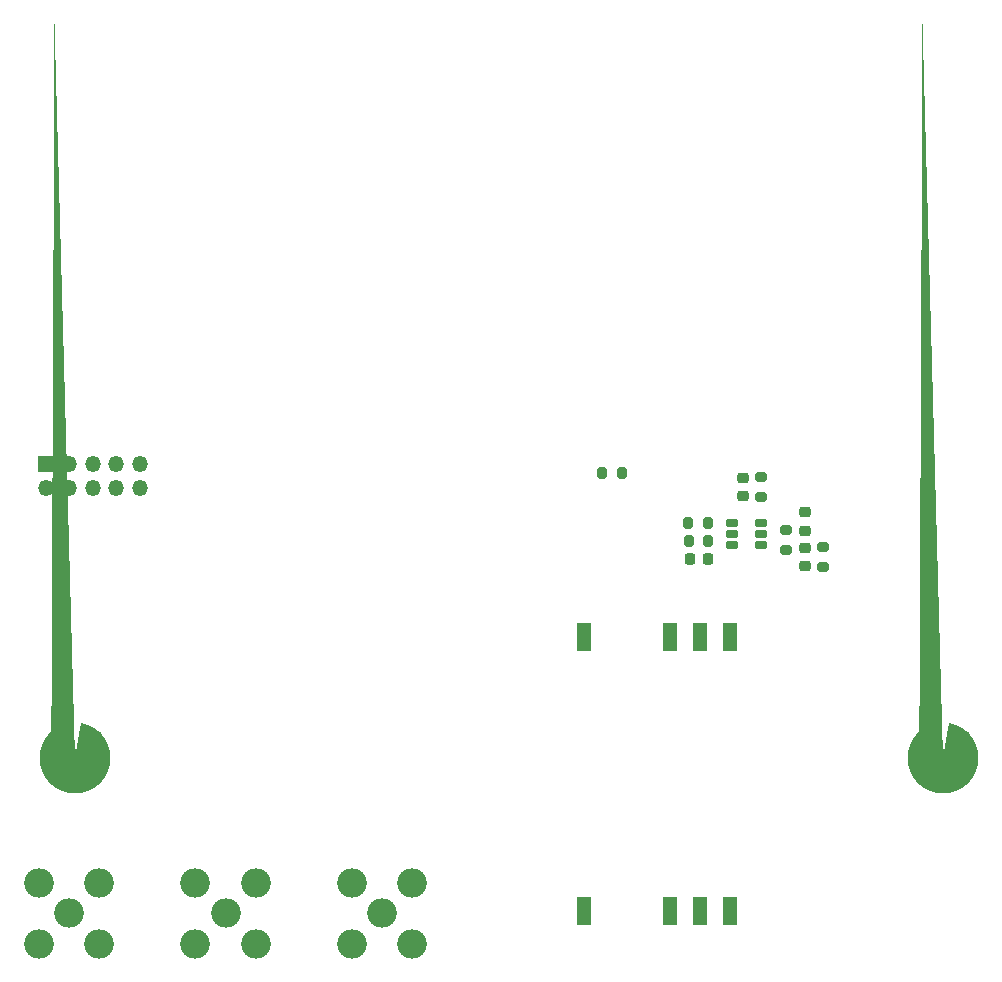
<source format=gbs>
G04 #@! TF.GenerationSoftware,KiCad,Pcbnew,9.0.0*
G04 #@! TF.CreationDate,2025-09-02T13:29:40+03:00*
G04 #@! TF.ProjectId,GSM_SMA_V1.0,47534d5f-534d-4415-9f56-312e302e6b69,rev?*
G04 #@! TF.SameCoordinates,Original*
G04 #@! TF.FileFunction,Soldermask,Bot*
G04 #@! TF.FilePolarity,Negative*
%FSLAX46Y46*%
G04 Gerber Fmt 4.6, Leading zero omitted, Abs format (unit mm)*
G04 Created by KiCad (PCBNEW 9.0.0) date 2025-09-02 13:29:40*
%MOMM*%
%LPD*%
G01*
G04 APERTURE LIST*
G04 Aperture macros list*
%AMRoundRect*
0 Rectangle with rounded corners*
0 $1 Rounding radius*
0 $2 $3 $4 $5 $6 $7 $8 $9 X,Y pos of 4 corners*
0 Add a 4 corners polygon primitive as box body*
4,1,4,$2,$3,$4,$5,$6,$7,$8,$9,$2,$3,0*
0 Add four circle primitives for the rounded corners*
1,1,$1+$1,$2,$3*
1,1,$1+$1,$4,$5*
1,1,$1+$1,$6,$7*
1,1,$1+$1,$8,$9*
0 Add four rect primitives between the rounded corners*
20,1,$1+$1,$2,$3,$4,$5,0*
20,1,$1+$1,$4,$5,$6,$7,0*
20,1,$1+$1,$6,$7,$8,$9,0*
20,1,$1+$1,$8,$9,$2,$3,0*%
%AMFreePoly0*
4,1,57,0.502519,2.957613,0.830507,2.882752,1.148050,2.771639,1.451157,2.625670,1.736014,2.446683,1.999040,2.236926,2.236926,1.999040,2.446683,1.736014,2.625670,1.451157,2.771639,1.148050,2.882752,0.830507,2.957613,0.502519,2.995280,0.168211,2.995280,-0.168211,2.957613,-0.502519,2.882752,-0.830507,2.771639,-1.148050,2.625670,-1.451157,2.446683,-1.736014,2.236926,-1.999040,
1.999040,-2.236926,1.736014,-2.446683,1.451157,-2.625670,1.148050,-2.771639,0.830507,-2.882752,0.502519,-2.957613,0.168211,-2.995280,-0.168211,-2.995280,-0.502519,-2.957613,-0.830507,-2.882752,-1.148050,-2.771639,-1.451157,-2.625670,-1.736014,-2.446683,-1.999040,-2.236926,-2.236926,-1.999040,-2.446683,-1.736014,-2.625670,-1.451157,-2.771639,-1.148050,-2.882752,-0.830507,-2.957613,-0.502519,
-2.995280,-0.168211,-2.995280,0.168211,-2.957613,0.502519,-2.882752,0.830507,-2.771639,1.148050,-2.625670,1.451157,-2.446683,1.736014,-2.236926,1.999040,-1.999040,2.236926,-1.736014,2.446683,-1.451157,2.625670,-1.148050,2.771639,-0.830507,2.882752,-0.502519,2.957613,-0.168211,2.995280,0.168211,2.995280,0.502519,2.957613,0.502519,2.957613,$1*%
G04 Aperture macros list end*
%ADD10FreePoly0,270.000000*%
%ADD11O,2.500000X2.500000*%
%ADD12RoundRect,0.225000X-0.250000X0.225000X-0.250000X-0.225000X0.250000X-0.225000X0.250000X0.225000X0*%
%ADD13RoundRect,0.200000X-0.275000X0.200000X-0.275000X-0.200000X0.275000X-0.200000X0.275000X0.200000X0*%
%ADD14RoundRect,0.225000X0.225000X0.250000X-0.225000X0.250000X-0.225000X-0.250000X0.225000X-0.250000X0*%
%ADD15RoundRect,0.130435X-0.419565X0.169565X-0.419565X-0.169565X0.419565X-0.169565X0.419565X0.169565X0*%
%ADD16RoundRect,0.200000X-0.200000X-0.275000X0.200000X-0.275000X0.200000X0.275000X-0.200000X0.275000X0*%
%ADD17RoundRect,0.200000X0.200000X0.275000X-0.200000X0.275000X-0.200000X-0.275000X0.200000X-0.275000X0*%
%ADD18RoundRect,0.225000X0.250000X-0.225000X0.250000X0.225000X-0.250000X0.225000X-0.250000X-0.225000X0*%
%ADD19R,1.350000X1.350000*%
%ADD20O,1.350000X1.350000*%
%ADD21R,1.300000X2.400000*%
%ADD22RoundRect,0.200000X0.275000X-0.200000X0.275000X0.200000X-0.275000X0.200000X-0.275000X-0.200000X0*%
G04 APERTURE END LIST*
D10*
X80130000Y-103490000D03*
D11*
X106140000Y-116690000D03*
X103565000Y-114115000D03*
X108715000Y-114115000D03*
X108715000Y-119265000D03*
X103565000Y-119265000D03*
D10*
X153630000Y-103490000D03*
D11*
X92890000Y-116690000D03*
X90315000Y-114115000D03*
X95465000Y-114115000D03*
X95465000Y-119265000D03*
X90315000Y-119265000D03*
X79640000Y-116690000D03*
X77065000Y-114115000D03*
X82215000Y-114115000D03*
X82215000Y-119265000D03*
X77065000Y-119265000D03*
D12*
X141990000Y-85745000D03*
X141990000Y-87295000D03*
D13*
X138245000Y-79760000D03*
X138245000Y-81410000D03*
D14*
X133755000Y-86710000D03*
X132205000Y-86710000D03*
D15*
X135750000Y-85515000D03*
X135750000Y-84565000D03*
X135750000Y-83615000D03*
X138250000Y-83615000D03*
X138250000Y-84565000D03*
X138250000Y-85515000D03*
D16*
X124795000Y-79420000D03*
X126445000Y-79420000D03*
D17*
X133725000Y-83630000D03*
X132075000Y-83630000D03*
D18*
X136695000Y-81370000D03*
X136695000Y-79820000D03*
D19*
X77650000Y-78670000D03*
D20*
X77650000Y-80670000D03*
X79650000Y-78670000D03*
X79650000Y-80670000D03*
X81650000Y-78670000D03*
X81650000Y-80670000D03*
X83650000Y-78670000D03*
X83650000Y-80670000D03*
X85650000Y-78670000D03*
X85650000Y-80670000D03*
D16*
X132105000Y-85180000D03*
X133755000Y-85180000D03*
D13*
X140370000Y-84240000D03*
X140370000Y-85890000D03*
D21*
X135620000Y-116490000D03*
X133080000Y-116490000D03*
X130540000Y-116490000D03*
X130540000Y-93290000D03*
X133080000Y-93290000D03*
X135620000Y-93290000D03*
X123220000Y-116490000D03*
X123220000Y-93290000D03*
D18*
X141990000Y-84270000D03*
X141990000Y-82720000D03*
D22*
X143510000Y-87345000D03*
X143510000Y-85695000D03*
M02*

</source>
